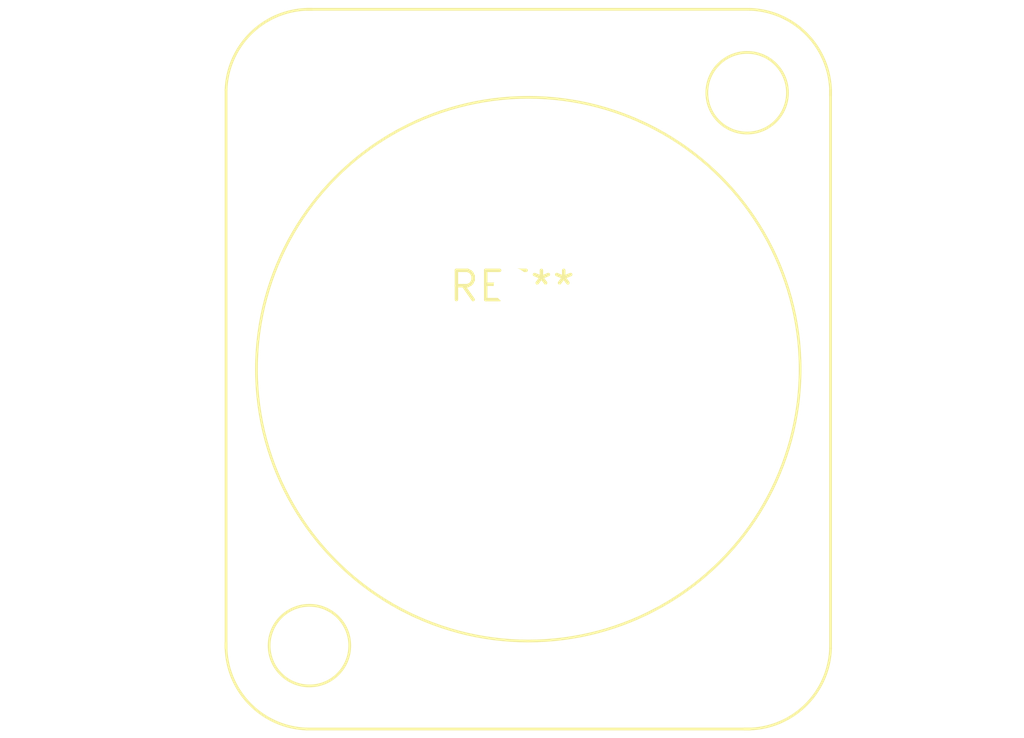
<source format=kicad_pcb>
(kicad_pcb (version 20240108) (generator pcbnew)
  (layers (0 "F.Cu" signal) (31 "B.Cu" signal) (34 "B.Paste" user) (35 "F.Paste" user) (36 "B.SilkS" user "B.Silkscreen") (37 "F.SilkS" user "F.Silkscreen") (38 "B.Mask" user) (39 "F.Mask" user) (44 "Edge.Cuts" user))
  (net 0 "")
  (footprint "Jack_speakON_Neutrik_NL4MDXX-V-2_Vertical" (layer "F.Cu") (at 0 0)
    (property "Reference" "REF**")
    (property "Value" "Jack_speakON_Neutrik_NL4MDXX-V-2_Vertical")
    (fp_line (start -12.42 15.72) (end -12.42 -8.52) (layer "F.SilkS") (stroke (width 0.12)))
    (fp_line (start -8.92 -12.02) (end 10.32 -12.02) (layer "F.SilkS") (stroke (width 0.12)))
    (fp_line (start -8.92 19.22) (end 10.32 19.22) (layer "F.SilkS") (stroke (width 0.12)))
    (fp_line (start 13.82 15.72) (end 13.82 -8.52) (layer "F.SilkS") (stroke (width 0.12)))
    (fp_arc (start -12.42 -8.52) (mid -11.274874 -11.044579) (end -8.68 -12.02) (layer "F.SilkS") (stroke (width 0.12)))
    (fp_arc (start -8.92 19.22) (mid -11.444579 18.074874) (end -12.42 15.48) (layer "F.SilkS") (stroke (width 0.12)))
    (fp_arc (start 10.32 -12.02) (mid 12.844579 -10.874874) (end 13.82 -8.28) (layer "F.SilkS") (stroke (width 0.12)))
    (fp_arc (start 13.82 15.72) (mid 12.674874 18.244579) (end 10.08 19.22) (layer "F.SilkS") (stroke (width 0.12)))
    (fp_circle (center -8.8 15.6) (end -7.05 15.6) (layer "F.SilkS") (stroke (width 0.12)) (fill none))
    (fp_circle (center 0.7 3.6) (end 12.5 3.6) (layer "F.SilkS") (stroke (width 0.12)) (fill none))
    (fp_circle (center 10.2 -8.4) (end 11.95 -8.4) (layer "F.SilkS") (stroke (width 0.12)) (fill none))
    (pad "1+" thru_hole circle (at 0 0) (size 3.4 3.4) (drill 1.6) (layers *.Cu *.Mask) (remove_unused_layers))
    (pad "1-" thru_hole circle (at -4.7 2.9) (size 3.4 3.4) (drill 1.6) (layers *.Cu *.Mask) (remove_unused_layers))
    (pad "2+" thru_hole circle (at 0 7.2) (size 3.4 3.4) (drill 1.6) (layers *.Cu *.Mask) (remove_unused_layers))
    (pad "2-" thru_hole circle (at 6.1 4.3) (size 3.4 3.4) (drill 1.6) (layers *.Cu *.Mask) (remove_unused_layers))
  )
)
</source>
